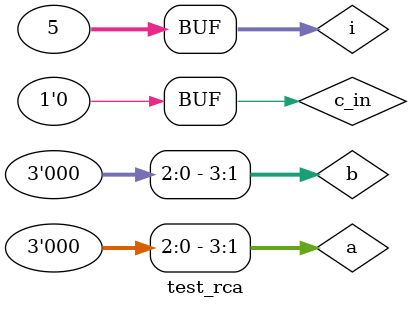
<source format=v>
module test_rca;
    reg [3:0] a;
    reg [3:0] b;
    reg c_in;
    wire [3:0] sum;
    integer i;

    fulladd fa0( 
        .a (a),
        .b (b),
        .c_in (c_in),
        .c_out (c_out),
        .sum (sum)
    );

    initial begin
        $dumpfile("wave.vcd");    
        $dumpvars(0, test_rca); 

        a <= 0;
        b <= 0;
        c_in <= 0;

        $monitor ("a=0x%0h b=0x%0h c_in=0x%0h c_out=0x%0h sum=0x%0h", a, b, c_in, c_out, sum);

        for (i = 0; i < 5; i = i + 1) begin
            #10
            a <= $random;
            b <= $random;
        end
    end

endmodule
</source>
